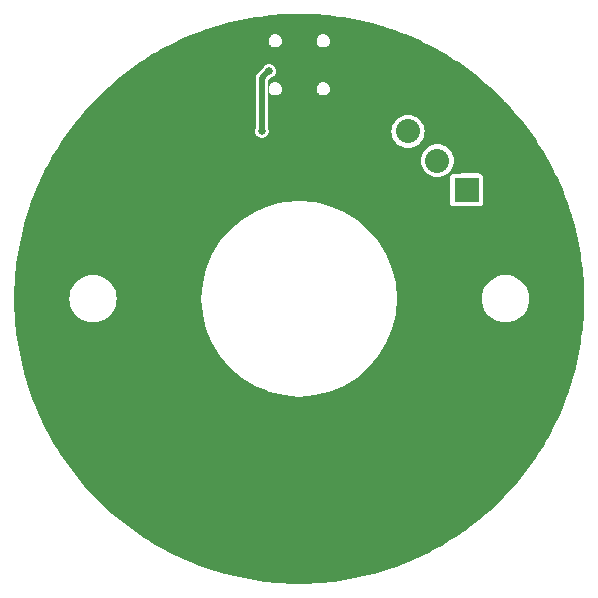
<source format=gbr>
G04 start of page 3 for group 1 idx 1 *
G04 Title: (unknown), solder *
G04 Creator: pcb 4.0.2 *
G04 CreationDate: Mon Feb 22 17:58:38 2021 UTC *
G04 For: ndholmes *
G04 Format: Gerber/RS-274X *
G04 PCB-Dimensions (mil): 2500.00 2500.00 *
G04 PCB-Coordinate-Origin: lower left *
%MOIN*%
%FSLAX25Y25*%
%LNBOTTOM*%
%ADD33C,0.0472*%
%ADD32C,0.0276*%
%ADD31C,0.6300*%
%ADD30C,0.0120*%
%ADD29C,0.0240*%
%ADD28C,0.0250*%
%ADD27C,0.1378*%
%ADD26C,0.0260*%
%ADD25C,0.0800*%
%ADD24C,0.0200*%
%ADD23C,0.0001*%
G54D23*G36*
X220000Y125000D02*X219986Y123342D01*
X219942Y121685D01*
X219870Y120028D01*
X219769Y118373D01*
X219638Y116720D01*
X219480Y115070D01*
X219292Y113422D01*
X219075Y111779D01*
X218830Y110139D01*
X218557Y108503D01*
X218255Y106873D01*
X217924Y105248D01*
X217565Y103630D01*
X217178Y102017D01*
X216763Y100412D01*
X216320Y98814D01*
X215849Y97225D01*
X215350Y95643D01*
X214824Y94071D01*
X214271Y92508D01*
X213690Y90955D01*
X213082Y89412D01*
X212448Y87881D01*
X211787Y86360D01*
X211099Y84851D01*
X210385Y83355D01*
X209646Y81871D01*
X208880Y80400D01*
X208089Y78943D01*
X207272Y77500D01*
X206431Y76071D01*
X205565Y74658D01*
X204674Y73259D01*
X203759Y71877D01*
X202819Y70510D01*
X201857Y69160D01*
X200870Y67828D01*
X199861Y66512D01*
X198829Y65215D01*
X197774Y63935D01*
X196697Y62674D01*
X195599Y61433D01*
X194479Y60210D01*
X193738Y59429D01*
Y117087D01*
X193750Y117086D01*
X194988Y117183D01*
X196196Y117473D01*
X197343Y117948D01*
X198402Y118597D01*
X199346Y119404D01*
X200153Y120348D01*
X200802Y121407D01*
X201277Y122554D01*
X201567Y123762D01*
X201640Y125000D01*
X201567Y126238D01*
X201277Y127446D01*
X200802Y128593D01*
X200153Y129652D01*
X199346Y130596D01*
X198402Y131403D01*
X197343Y132052D01*
X196196Y132527D01*
X194988Y132817D01*
X193750Y132914D01*
X193738Y132913D01*
Y190571D01*
X194479Y189790D01*
X195599Y188567D01*
X196697Y187326D01*
X197774Y186065D01*
X198829Y184785D01*
X199861Y183488D01*
X200870Y182172D01*
X201857Y180840D01*
X202819Y179490D01*
X203759Y178123D01*
X204674Y176741D01*
X205565Y175342D01*
X206431Y173929D01*
X207272Y172500D01*
X208089Y171057D01*
X208880Y169600D01*
X209646Y168129D01*
X210385Y166645D01*
X211099Y165149D01*
X211787Y163640D01*
X212448Y162119D01*
X213082Y160588D01*
X213690Y159045D01*
X214271Y157492D01*
X214824Y155929D01*
X215350Y154357D01*
X215849Y152775D01*
X216320Y151186D01*
X216763Y149588D01*
X217178Y147983D01*
X217565Y146370D01*
X217924Y144752D01*
X218255Y143127D01*
X218557Y141497D01*
X218830Y139861D01*
X219075Y138221D01*
X219292Y136578D01*
X219480Y134930D01*
X219638Y133280D01*
X219769Y131627D01*
X219870Y129972D01*
X219942Y128315D01*
X219986Y126658D01*
X220000Y125000D01*
G37*
G36*
X193738Y59429D02*X193337Y59007D01*
X192175Y57825D01*
X190993Y56663D01*
X189790Y55521D01*
X188567Y54401D01*
X187326Y53303D01*
X186065Y52226D01*
X184785Y51171D01*
X183488Y50139D01*
X182172Y49130D01*
X180840Y48143D01*
X180744Y48074D01*
Y155763D01*
X184979Y155770D01*
X185209Y155825D01*
X185427Y155916D01*
X185628Y156039D01*
X185808Y156192D01*
X185961Y156372D01*
X186084Y156573D01*
X186175Y156791D01*
X186230Y157021D01*
X186244Y157256D01*
X186230Y165492D01*
X186175Y165721D01*
X186084Y165939D01*
X185961Y166141D01*
X185808Y166320D01*
X185628Y166474D01*
X185427Y166597D01*
X185209Y166687D01*
X184979Y166742D01*
X184744Y166756D01*
X180744Y166750D01*
Y201926D01*
X180840Y201857D01*
X182172Y200870D01*
X183488Y199861D01*
X184785Y198829D01*
X186065Y197774D01*
X187326Y196697D01*
X188567Y195599D01*
X189790Y194479D01*
X190993Y193337D01*
X192175Y192175D01*
X193337Y190993D01*
X193738Y190571D01*
Y132913D01*
X192512Y132817D01*
X191304Y132527D01*
X190157Y132052D01*
X189098Y131403D01*
X188154Y130596D01*
X187347Y129652D01*
X186698Y128593D01*
X186223Y127446D01*
X185933Y126238D01*
X185836Y125000D01*
X185933Y123762D01*
X186223Y122554D01*
X186698Y121407D01*
X187347Y120348D01*
X188154Y119404D01*
X189098Y118597D01*
X190157Y117948D01*
X191304Y117473D01*
X192512Y117183D01*
X193738Y117087D01*
Y59429D01*
G37*
G36*
X180744Y48074D02*X179490Y47181D01*
X178123Y46241D01*
X176741Y45326D01*
X175342Y44435D01*
X173929Y43569D01*
X172500Y42728D01*
X171057Y41911D01*
X170992Y41875D01*
Y165484D01*
X171000Y165483D01*
X171863Y165551D01*
X172705Y165753D01*
X173505Y166084D01*
X174243Y166537D01*
X174901Y167099D01*
X175463Y167757D01*
X175916Y168495D01*
X176247Y169295D01*
X176449Y170137D01*
X176500Y171000D01*
X176449Y171863D01*
X176247Y172705D01*
X175916Y173505D01*
X175463Y174243D01*
X174901Y174901D01*
X174243Y175463D01*
X173505Y175916D01*
X172705Y176247D01*
X171863Y176449D01*
X171000Y176517D01*
X170992Y176516D01*
Y208125D01*
X171057Y208089D01*
X172500Y207272D01*
X173929Y206431D01*
X175342Y205565D01*
X176741Y204674D01*
X178123Y203759D01*
X179490Y202819D01*
X180744Y201926D01*
Y166750D01*
X176508Y166742D01*
X176279Y166687D01*
X176061Y166597D01*
X175859Y166474D01*
X175680Y166320D01*
X175526Y166141D01*
X175403Y165939D01*
X175313Y165721D01*
X175258Y165492D01*
X175244Y165256D01*
X175258Y157021D01*
X175313Y156791D01*
X175403Y156573D01*
X175526Y156372D01*
X175680Y156192D01*
X175859Y156039D01*
X176061Y155916D01*
X176279Y155825D01*
X176508Y155770D01*
X176744Y155756D01*
X180744Y155763D01*
Y48074D01*
G37*
G36*
X170992Y41875D02*X169600Y41120D01*
X168129Y40354D01*
X166645Y39615D01*
X165149Y38901D01*
X163640Y38213D01*
X162119Y37552D01*
X161248Y37191D01*
Y175227D01*
X161257Y175226D01*
X162120Y175294D01*
X162962Y175496D01*
X163761Y175828D01*
X164499Y176280D01*
X165158Y176842D01*
X165720Y177501D01*
X166172Y178239D01*
X166504Y179038D01*
X166706Y179880D01*
X166757Y180743D01*
X166706Y181606D01*
X166504Y182448D01*
X166172Y183248D01*
X165720Y183986D01*
X165158Y184644D01*
X164499Y185207D01*
X163761Y185659D01*
X162962Y185990D01*
X162120Y186192D01*
X161257Y186260D01*
X161248Y186260D01*
Y212809D01*
X162119Y212448D01*
X163640Y211787D01*
X165149Y211099D01*
X166645Y210385D01*
X168129Y209646D01*
X169600Y208880D01*
X170992Y208125D01*
Y176516D01*
X170137Y176449D01*
X169295Y176247D01*
X168495Y175916D01*
X167757Y175463D01*
X167099Y174901D01*
X166537Y174243D01*
X166084Y173505D01*
X165753Y172705D01*
X165551Y171863D01*
X165483Y171000D01*
X165551Y170137D01*
X165753Y169295D01*
X166084Y168495D01*
X166537Y167757D01*
X167099Y167099D01*
X167757Y166537D01*
X168495Y166084D01*
X169295Y165753D01*
X170137Y165551D01*
X170992Y165484D01*
Y41875D01*
G37*
G36*
X161248Y37191D02*X160588Y36918D01*
X159045Y36310D01*
X157492Y35729D01*
X155929Y35176D01*
X154357Y34650D01*
X152775Y34151D01*
X151186Y33680D01*
X149588Y33237D01*
X147983Y32822D01*
X146370Y32435D01*
X144752Y32076D01*
X143127Y31745D01*
X141497Y31443D01*
X139861Y31170D01*
X138221Y30925D01*
X136578Y30708D01*
X134930Y30520D01*
X133280Y30362D01*
X132997Y30339D01*
Y93497D01*
X135074Y93995D01*
X139800Y95953D01*
X144162Y98626D01*
X148052Y101948D01*
X151374Y105838D01*
X154047Y110200D01*
X156005Y114926D01*
X157199Y119900D01*
X157500Y125000D01*
X157199Y130100D01*
X156005Y135074D01*
X154047Y139800D01*
X151374Y144162D01*
X148052Y148052D01*
X144162Y151374D01*
X139800Y154047D01*
X135074Y156005D01*
X132997Y156503D01*
Y192793D01*
X133000Y192793D01*
X133345Y192820D01*
X133682Y192901D01*
X134002Y193034D01*
X134297Y193215D01*
X134560Y193440D01*
X134785Y193703D01*
X134966Y193998D01*
X135099Y194318D01*
X135180Y194655D01*
X135200Y195000D01*
X135180Y195345D01*
X135099Y195682D01*
X134966Y196002D01*
X134785Y196297D01*
X134560Y196560D01*
X134297Y196785D01*
X134002Y196966D01*
X133682Y197099D01*
X133345Y197180D01*
X133000Y197207D01*
X132997Y197207D01*
Y208743D01*
X133000Y208743D01*
X133353Y208771D01*
X133697Y208854D01*
X134025Y208989D01*
X134327Y209174D01*
X134596Y209404D01*
X134826Y209673D01*
X135011Y209975D01*
X135146Y210303D01*
X135229Y210647D01*
X135250Y211000D01*
X135229Y211353D01*
X135146Y211697D01*
X135011Y212025D01*
X134826Y212327D01*
X134596Y212596D01*
X134327Y212826D01*
X134025Y213011D01*
X133697Y213146D01*
X133353Y213229D01*
X133000Y213257D01*
X132997Y213257D01*
Y219660D01*
X133280Y219638D01*
X134930Y219480D01*
X136578Y219292D01*
X138221Y219075D01*
X139861Y218830D01*
X141497Y218557D01*
X143127Y218255D01*
X144752Y217924D01*
X146370Y217565D01*
X147983Y217178D01*
X149588Y216763D01*
X151186Y216320D01*
X152775Y215849D01*
X154357Y215350D01*
X155929Y214824D01*
X157492Y214271D01*
X159045Y213690D01*
X160588Y213082D01*
X161248Y212809D01*
Y186260D01*
X160394Y186192D01*
X159552Y185990D01*
X158752Y185659D01*
X158014Y185207D01*
X157356Y184644D01*
X156793Y183986D01*
X156341Y183248D01*
X156010Y182448D01*
X155808Y181606D01*
X155740Y180743D01*
X155808Y179880D01*
X156010Y179038D01*
X156341Y178239D01*
X156793Y177501D01*
X157356Y176842D01*
X158014Y176280D01*
X158752Y175828D01*
X159552Y175496D01*
X160394Y175294D01*
X161248Y175227D01*
Y37191D01*
G37*
G36*
X132997Y156503D02*X130100Y157199D01*
X125000Y157600D01*
X119900Y157199D01*
X116997Y156502D01*
Y192743D01*
X117000Y192743D01*
X117353Y192771D01*
X117697Y192854D01*
X118025Y192989D01*
X118327Y193174D01*
X118596Y193404D01*
X118826Y193673D01*
X119011Y193975D01*
X119146Y194303D01*
X119229Y194647D01*
X119250Y195000D01*
X119229Y195353D01*
X119146Y195697D01*
X119011Y196025D01*
X118826Y196327D01*
X118596Y196596D01*
X118327Y196826D01*
X118025Y197011D01*
X117697Y197146D01*
X117353Y197229D01*
X117000Y197257D01*
X116997Y197257D01*
Y199856D01*
X117056Y199953D01*
X117194Y200287D01*
X117279Y200639D01*
X117300Y201000D01*
X117279Y201361D01*
X117194Y201713D01*
X117056Y202047D01*
X116997Y202144D01*
Y208793D01*
X117000Y208793D01*
X117345Y208820D01*
X117682Y208901D01*
X118002Y209034D01*
X118297Y209215D01*
X118560Y209440D01*
X118785Y209703D01*
X118966Y209998D01*
X119099Y210318D01*
X119180Y210655D01*
X119200Y211000D01*
X119180Y211345D01*
X119099Y211682D01*
X118966Y212002D01*
X118785Y212297D01*
X118560Y212560D01*
X118297Y212785D01*
X118002Y212966D01*
X117682Y213099D01*
X117345Y213180D01*
X117000Y213207D01*
X116997Y213207D01*
Y219660D01*
X118373Y219769D01*
X120028Y219870D01*
X121685Y219942D01*
X123342Y219986D01*
X125000Y220000D01*
X126658Y219986D01*
X128315Y219942D01*
X129972Y219870D01*
X131627Y219769D01*
X132997Y219660D01*
Y213257D01*
X132647Y213229D01*
X132303Y213146D01*
X131975Y213011D01*
X131673Y212826D01*
X131404Y212596D01*
X131174Y212327D01*
X130989Y212025D01*
X130854Y211697D01*
X130771Y211353D01*
X130743Y211000D01*
X130771Y210647D01*
X130854Y210303D01*
X130989Y209975D01*
X131174Y209673D01*
X131404Y209404D01*
X131673Y209174D01*
X131975Y208989D01*
X132303Y208854D01*
X132647Y208771D01*
X132997Y208743D01*
Y197207D01*
X132655Y197180D01*
X132318Y197099D01*
X131998Y196966D01*
X131703Y196785D01*
X131440Y196560D01*
X131215Y196297D01*
X131034Y196002D01*
X130901Y195682D01*
X130820Y195345D01*
X130793Y195000D01*
X130820Y194655D01*
X130901Y194318D01*
X131034Y193998D01*
X131215Y193703D01*
X131440Y193440D01*
X131703Y193215D01*
X131998Y193034D01*
X132318Y192901D01*
X132655Y192820D01*
X132997Y192793D01*
Y156503D01*
G37*
G36*
Y30339D02*X131627Y30231D01*
X129972Y30130D01*
X128315Y30058D01*
X126658Y30014D01*
X125000Y30000D01*
X123342Y30014D01*
X121685Y30058D01*
X120028Y30130D01*
X118373Y30231D01*
X116997Y30340D01*
Y93498D01*
X119900Y92801D01*
X125000Y92400D01*
X130100Y92801D01*
X132997Y93497D01*
Y30339D01*
G37*
G36*
X116997Y202144D02*X116866Y202356D01*
X116631Y202631D01*
X116356Y202866D01*
X116047Y203056D01*
X115713Y203194D01*
X115361Y203279D01*
X115000Y203307D01*
X114639Y203279D01*
X114287Y203194D01*
X113953Y203056D01*
X113746Y202929D01*
Y219329D01*
X115070Y219480D01*
X116720Y219638D01*
X116997Y219660D01*
Y213207D01*
X116655Y213180D01*
X116318Y213099D01*
X115998Y212966D01*
X115703Y212785D01*
X115440Y212560D01*
X115215Y212297D01*
X115034Y212002D01*
X114901Y211682D01*
X114820Y211345D01*
X114793Y211000D01*
X114820Y210655D01*
X114901Y210318D01*
X115034Y209998D01*
X115215Y209703D01*
X115440Y209440D01*
X115703Y209215D01*
X115998Y209034D01*
X116318Y208901D01*
X116655Y208820D01*
X116997Y208793D01*
Y202144D01*
G37*
G36*
Y156502D02*X114926Y156005D01*
X113746Y155516D01*
Y179066D01*
X113856Y179134D01*
X114131Y179369D01*
X114366Y179644D01*
X114556Y179953D01*
X114694Y180287D01*
X114779Y180639D01*
X114800Y181000D01*
X114779Y181361D01*
X114694Y181713D01*
X114556Y182047D01*
X114500Y182138D01*
Y197801D01*
X115438Y198740D01*
X115713Y198806D01*
X116047Y198944D01*
X116356Y199134D01*
X116631Y199369D01*
X116866Y199644D01*
X116997Y199856D01*
Y197257D01*
X116647Y197229D01*
X116303Y197146D01*
X115975Y197011D01*
X115673Y196826D01*
X115404Y196596D01*
X115174Y196327D01*
X114989Y196025D01*
X114854Y195697D01*
X114771Y195353D01*
X114743Y195000D01*
X114771Y194647D01*
X114854Y194303D01*
X114989Y193975D01*
X115174Y193673D01*
X115404Y193404D01*
X115673Y193174D01*
X115975Y192989D01*
X116303Y192854D01*
X116647Y192771D01*
X116997Y192743D01*
Y156502D01*
G37*
G36*
Y30340D02*X116720Y30362D01*
X115070Y30520D01*
X113746Y30671D01*
Y94484D01*
X114926Y93995D01*
X116997Y93498D01*
Y30340D01*
G37*
G36*
X113746Y30671D02*X113422Y30708D01*
X111779Y30925D01*
X110139Y31170D01*
X108503Y31443D01*
X106873Y31745D01*
X105248Y32076D01*
X103630Y32435D01*
X102017Y32822D01*
X100412Y33237D01*
X98814Y33680D01*
X97225Y34151D01*
X95643Y34650D01*
X94071Y35176D01*
X92508Y35729D01*
X90955Y36310D01*
X89412Y36918D01*
X87881Y37552D01*
X86360Y38213D01*
X84851Y38901D01*
X83355Y39615D01*
X81871Y40354D01*
X80400Y41120D01*
X78943Y41911D01*
X77500Y42728D01*
X76071Y43569D01*
X74658Y44435D01*
X73259Y45326D01*
X71877Y46241D01*
X70510Y47181D01*
X69160Y48143D01*
X67828Y49130D01*
X66512Y50139D01*
X65215Y51171D01*
X63935Y52226D01*
X62674Y53303D01*
X61433Y54401D01*
X60210Y55521D01*
X59007Y56663D01*
X57825Y57825D01*
X56663Y59007D01*
X56238Y59455D01*
Y117087D01*
X56250Y117086D01*
X57488Y117183D01*
X58696Y117473D01*
X59843Y117948D01*
X60902Y118597D01*
X61846Y119404D01*
X62653Y120348D01*
X63302Y121407D01*
X63777Y122554D01*
X64067Y123762D01*
X64140Y125000D01*
X64067Y126238D01*
X63777Y127446D01*
X63302Y128593D01*
X62653Y129652D01*
X61846Y130596D01*
X60902Y131403D01*
X59843Y132052D01*
X58696Y132527D01*
X57488Y132817D01*
X56250Y132914D01*
X56238Y132913D01*
Y190545D01*
X56663Y190993D01*
X57825Y192175D01*
X59007Y193337D01*
X60210Y194479D01*
X61433Y195599D01*
X62674Y196697D01*
X63935Y197774D01*
X65215Y198829D01*
X66512Y199861D01*
X67828Y200870D01*
X69160Y201857D01*
X70510Y202819D01*
X71877Y203759D01*
X73259Y204674D01*
X74658Y205565D01*
X76071Y206431D01*
X77500Y207272D01*
X78943Y208089D01*
X80400Y208880D01*
X81871Y209646D01*
X83355Y210385D01*
X84851Y211099D01*
X86360Y211787D01*
X87881Y212448D01*
X89412Y213082D01*
X90955Y213690D01*
X92508Y214271D01*
X94071Y214824D01*
X95643Y215350D01*
X97225Y215849D01*
X98814Y216320D01*
X100412Y216763D01*
X102017Y217178D01*
X103630Y217565D01*
X105248Y217924D01*
X106873Y218255D01*
X108503Y218557D01*
X110139Y218830D01*
X111779Y219075D01*
X113422Y219292D01*
X113746Y219329D01*
Y202929D01*
X113644Y202866D01*
X113369Y202631D01*
X113134Y202356D01*
X112944Y202047D01*
X112842Y201800D01*
X111141Y200100D01*
X111081Y200048D01*
X110877Y199809D01*
X110712Y199541D01*
X110592Y199250D01*
X110519Y198944D01*
X110494Y198630D01*
X110500Y198552D01*
Y182138D01*
X110444Y182047D01*
X110306Y181713D01*
X110221Y181361D01*
X110193Y181000D01*
X110221Y180639D01*
X110306Y180287D01*
X110444Y179953D01*
X110634Y179644D01*
X110869Y179369D01*
X111144Y179134D01*
X111453Y178944D01*
X111787Y178806D01*
X112139Y178721D01*
X112500Y178693D01*
X112861Y178721D01*
X113213Y178806D01*
X113547Y178944D01*
X113746Y179066D01*
Y155516D01*
X110200Y154047D01*
X105838Y151374D01*
X101948Y148052D01*
X98626Y144162D01*
X95953Y139800D01*
X93995Y135074D01*
X92801Y130100D01*
X92400Y125000D01*
X92801Y119900D01*
X93995Y114926D01*
X95953Y110200D01*
X98626Y105838D01*
X101948Y101948D01*
X105838Y98626D01*
X110200Y95953D01*
X113746Y94484D01*
Y30671D01*
G37*
G36*
X56238Y59455D02*X55521Y60210D01*
X54401Y61433D01*
X53303Y62674D01*
X52226Y63935D01*
X51171Y65215D01*
X50139Y66512D01*
X49130Y67828D01*
X48143Y69160D01*
X47181Y70510D01*
X46241Y71877D01*
X45326Y73259D01*
X44435Y74658D01*
X43569Y76071D01*
X42728Y77500D01*
X41911Y78943D01*
X41120Y80400D01*
X40354Y81871D01*
X39615Y83355D01*
X38901Y84851D01*
X38213Y86360D01*
X37552Y87881D01*
X36918Y89412D01*
X36310Y90955D01*
X35729Y92508D01*
X35176Y94071D01*
X34650Y95643D01*
X34151Y97225D01*
X33680Y98814D01*
X33237Y100412D01*
X32822Y102017D01*
X32435Y103630D01*
X32076Y105248D01*
X31745Y106873D01*
X31443Y108503D01*
X31170Y110139D01*
X30925Y111779D01*
X30708Y113422D01*
X30520Y115070D01*
X30362Y116720D01*
X30231Y118373D01*
X30130Y120028D01*
X30058Y121685D01*
X30014Y123342D01*
X30000Y125000D01*
X30014Y126658D01*
X30058Y128315D01*
X30130Y129972D01*
X30231Y131627D01*
X30362Y133280D01*
X30520Y134930D01*
X30708Y136578D01*
X30925Y138221D01*
X31170Y139861D01*
X31443Y141497D01*
X31745Y143127D01*
X32076Y144752D01*
X32435Y146370D01*
X32822Y147983D01*
X33237Y149588D01*
X33680Y151186D01*
X34151Y152775D01*
X34650Y154357D01*
X35176Y155929D01*
X35729Y157492D01*
X36310Y159045D01*
X36918Y160588D01*
X37552Y162119D01*
X38213Y163640D01*
X38901Y165149D01*
X39615Y166645D01*
X40354Y168129D01*
X41120Y169600D01*
X41911Y171057D01*
X42728Y172500D01*
X43569Y173929D01*
X44435Y175342D01*
X45326Y176741D01*
X46241Y178123D01*
X47181Y179490D01*
X48143Y180840D01*
X49130Y182172D01*
X50139Y183488D01*
X51171Y184785D01*
X52226Y186065D01*
X53303Y187326D01*
X54401Y188567D01*
X55521Y189790D01*
X56238Y190545D01*
Y132913D01*
X55012Y132817D01*
X53804Y132527D01*
X52657Y132052D01*
X51598Y131403D01*
X50654Y130596D01*
X49847Y129652D01*
X49198Y128593D01*
X48723Y127446D01*
X48433Y126238D01*
X48336Y125000D01*
X48433Y123762D01*
X48723Y122554D01*
X49198Y121407D01*
X49847Y120348D01*
X50654Y119404D01*
X51598Y118597D01*
X52657Y117948D01*
X53804Y117473D01*
X55012Y117183D01*
X56238Y117087D01*
Y59455D01*
G37*
G54D24*X115000Y201130D02*X112500Y198630D01*
Y181000D01*
G54D23*G36*
X176744Y165256D02*Y157256D01*
X184744D01*
Y165256D01*
X176744D01*
G37*
G54D25*X171000Y171000D03*
X161257Y180743D03*
G54D26*X112500Y181000D03*
X115000Y201000D03*
G54D27*G54D28*G54D29*G54D30*G54D27*G54D31*G54D28*G54D29*G54D32*G54D33*G54D32*M02*

</source>
